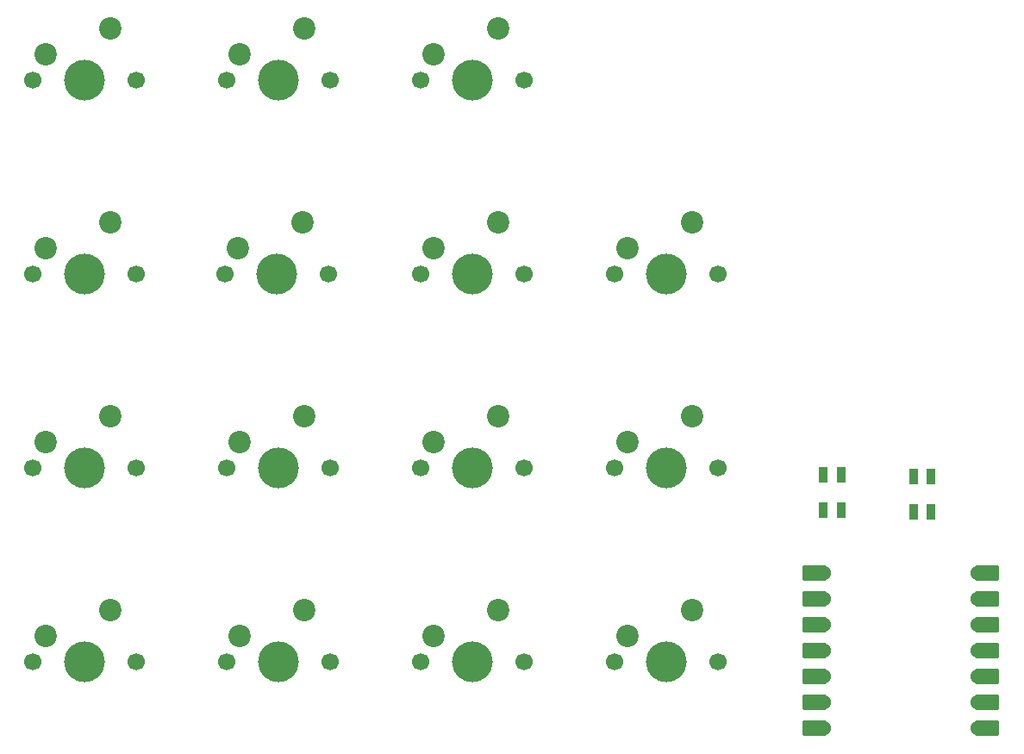
<source format=gbr>
%TF.GenerationSoftware,KiCad,Pcbnew,9.0.2*%
%TF.CreationDate,2025-06-27T23:38:42-07:00*%
%TF.ProjectId,bigMacro,6269674d-6163-4726-9f2e-6b696361645f,rev?*%
%TF.SameCoordinates,Original*%
%TF.FileFunction,Soldermask,Bot*%
%TF.FilePolarity,Negative*%
%FSLAX46Y46*%
G04 Gerber Fmt 4.6, Leading zero omitted, Abs format (unit mm)*
G04 Created by KiCad (PCBNEW 9.0.2) date 2025-06-27 23:38:42*
%MOMM*%
%LPD*%
G01*
G04 APERTURE LIST*
G04 Aperture macros list*
%AMRoundRect*
0 Rectangle with rounded corners*
0 $1 Rounding radius*
0 $2 $3 $4 $5 $6 $7 $8 $9 X,Y pos of 4 corners*
0 Add a 4 corners polygon primitive as box body*
4,1,4,$2,$3,$4,$5,$6,$7,$8,$9,$2,$3,0*
0 Add four circle primitives for the rounded corners*
1,1,$1+$1,$2,$3*
1,1,$1+$1,$4,$5*
1,1,$1+$1,$6,$7*
1,1,$1+$1,$8,$9*
0 Add four rect primitives between the rounded corners*
20,1,$1+$1,$2,$3,$4,$5,0*
20,1,$1+$1,$4,$5,$6,$7,0*
20,1,$1+$1,$6,$7,$8,$9,0*
20,1,$1+$1,$8,$9,$2,$3,0*%
G04 Aperture macros list end*
%ADD10C,1.700000*%
%ADD11C,4.000000*%
%ADD12C,2.200000*%
%ADD13R,0.850000X1.600000*%
%ADD14RoundRect,0.152400X1.063600X0.609600X-1.063600X0.609600X-1.063600X-0.609600X1.063600X-0.609600X0*%
%ADD15C,1.524000*%
%ADD16RoundRect,0.152400X-1.063600X-0.609600X1.063600X-0.609600X1.063600X0.609600X-1.063600X0.609600X0*%
G04 APERTURE END LIST*
D10*
%TO.C,MX15*%
X74295000Y-98425000D03*
D11*
X79375000Y-98425000D03*
D10*
X84455000Y-98425000D03*
D12*
X81915000Y-93345000D03*
X75565000Y-95885000D03*
%TD*%
D10*
%TO.C,MX9*%
X36195000Y-79375000D03*
D11*
X41275000Y-79375000D03*
D10*
X46355000Y-79375000D03*
D12*
X43815000Y-74295000D03*
X37465000Y-76835000D03*
%TD*%
D10*
%TO.C,MX5*%
X74295000Y-41275000D03*
D11*
X79375000Y-41275000D03*
D10*
X84455000Y-41275000D03*
D12*
X81915000Y-36195000D03*
X75565000Y-38735000D03*
%TD*%
D10*
%TO.C,MX6*%
X74295000Y-60325000D03*
D11*
X79375000Y-60325000D03*
D10*
X84455000Y-60325000D03*
D12*
X81915000Y-55245000D03*
X75565000Y-57785000D03*
%TD*%
D10*
%TO.C,MX3*%
X36195000Y-60325000D03*
D11*
X41275000Y-60325000D03*
D10*
X46355000Y-60325000D03*
D12*
X43815000Y-55245000D03*
X37465000Y-57785000D03*
%TD*%
D10*
%TO.C,MX1*%
X36195000Y-41275000D03*
D11*
X41275000Y-41275000D03*
D10*
X46355000Y-41275000D03*
D12*
X43815000Y-36195000D03*
X37465000Y-38735000D03*
%TD*%
D10*
%TO.C,MX4*%
X55086250Y-60325000D03*
D11*
X60166250Y-60325000D03*
D10*
X65246250Y-60325000D03*
D12*
X62706250Y-55245000D03*
X56356250Y-57785000D03*
%TD*%
D10*
%TO.C,MX2*%
X55245000Y-41275000D03*
D11*
X60325000Y-41275000D03*
D10*
X65405000Y-41275000D03*
D12*
X62865000Y-36195000D03*
X56515000Y-38735000D03*
%TD*%
D10*
%TO.C,MX14*%
X55245000Y-98425000D03*
D11*
X60325000Y-98425000D03*
D10*
X65405000Y-98425000D03*
D12*
X62865000Y-93345000D03*
X56515000Y-95885000D03*
%TD*%
D10*
%TO.C,MX11*%
X74295000Y-79375000D03*
D11*
X79375000Y-79375000D03*
D10*
X84455000Y-79375000D03*
D12*
X81915000Y-74295000D03*
X75565000Y-76835000D03*
%TD*%
D10*
%TO.C,MX12*%
X93345000Y-79375000D03*
D11*
X98425000Y-79375000D03*
D10*
X103505000Y-79375000D03*
D12*
X100965000Y-74295000D03*
X94615000Y-76835000D03*
%TD*%
D10*
%TO.C,MX8*%
X93345000Y-60325000D03*
D11*
X98425000Y-60325000D03*
D10*
X103505000Y-60325000D03*
D12*
X100965000Y-55245000D03*
X94615000Y-57785000D03*
%TD*%
D10*
%TO.C,MX13*%
X36195000Y-98425000D03*
D11*
X41275000Y-98425000D03*
D10*
X46355000Y-98425000D03*
D12*
X43815000Y-93345000D03*
X37465000Y-95885000D03*
%TD*%
D10*
%TO.C,MX16*%
X93345000Y-98425000D03*
D11*
X98425000Y-98425000D03*
D10*
X103505000Y-98425000D03*
D12*
X100965000Y-93345000D03*
X94615000Y-95885000D03*
%TD*%
D10*
%TO.C,MX10*%
X55245000Y-79375000D03*
D11*
X60325000Y-79375000D03*
D10*
X65405000Y-79375000D03*
D12*
X62865000Y-74295000D03*
X56515000Y-76835000D03*
%TD*%
D13*
%TO.C,D5*%
X124406250Y-83668750D03*
X122656250Y-83668750D03*
X122656250Y-80168750D03*
X124406250Y-80168750D03*
%TD*%
%TO.C,D6*%
X115593750Y-83506250D03*
X113843750Y-83506250D03*
X113843750Y-80006250D03*
X115593750Y-80006250D03*
%TD*%
D14*
%TO.C,U2*%
X112988750Y-104933750D03*
D15*
X113823750Y-104933750D03*
D14*
X112988750Y-102393750D03*
D15*
X113823750Y-102393750D03*
D14*
X112988750Y-99853750D03*
D15*
X113823750Y-99853750D03*
D14*
X112988750Y-97313750D03*
D15*
X113823750Y-97313750D03*
D14*
X112988750Y-94773750D03*
D15*
X113823750Y-94773750D03*
D14*
X112988750Y-92233750D03*
D15*
X113823750Y-92233750D03*
D14*
X112988750Y-89693750D03*
D15*
X113823750Y-89693750D03*
X129063750Y-89693750D03*
D16*
X129898750Y-89693750D03*
D15*
X129063750Y-92233750D03*
D16*
X129898750Y-92233750D03*
D15*
X129063750Y-94773750D03*
D16*
X129898750Y-94773750D03*
D15*
X129063750Y-97313750D03*
D16*
X129898750Y-97313750D03*
D15*
X129063750Y-99853750D03*
D16*
X129898750Y-99853750D03*
D15*
X129063750Y-102393750D03*
D16*
X129898750Y-102393750D03*
D15*
X129063750Y-104933750D03*
D16*
X129898750Y-104933750D03*
%TD*%
M02*

</source>
